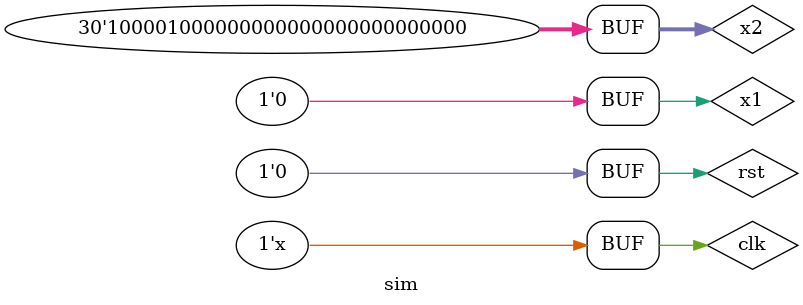
<source format=v>
`timescale 1ns / 1ps



`define clk_period 2

module sim();

	reg clk;
	reg rst;
	reg x1;
	reg [29:0]x2;
	
	wire y1;
	wire [29:0]y2;

	cpu_top u1(clk,rst,x1,x2,y1,y2);
	
	initial clk = 1'b1;
	
	always#(`clk_period/2) clk = ~clk;
	
	initial begin
	    x1=0;x2=30'h2100_0000;
		rst = 1'b0;
		#1;
		rst = 1'b1;
		#2;
		rst = 1'b0;
	end

endmodule 


</source>
